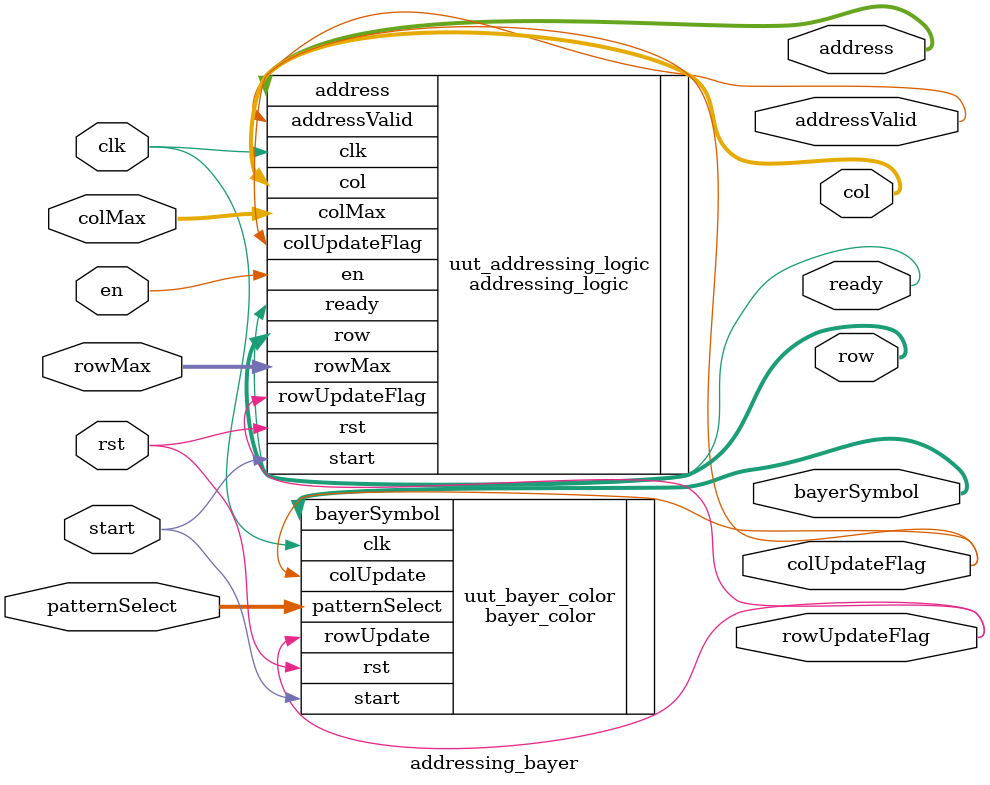
<source format=v>
`timescale 1ns / 1ps
module addressing_bayer
#(parameter addressBitWidth=17, parameter rowBitWidth=11,parameter colBitWidth=11, parameter filterSize =5)
(
input clk,rst,start,
input signed [rowBitWidth -1:0] rowMax,
input signed [colBitWidth -1:0] colMax,
input en,
output [rowBitWidth+colBitWidth -1:0] address,
input [1:0] patternSelect,
output  addressValid,
output  ready,
output  rowUpdateFlag,
output  colUpdateFlag,
output  [rowBitWidth -1:0] row,
output  [colBitWidth -1:0] col,
output  [1:0] bayerSymbol
);

// Instantiate the Unit Under Test (UUT)
	addressing_logic uut_addressing_logic (
		.clk(clk), 
		.rst(rst), 
		.start(start), 
		.rowMax(rowMax), 
		.colMax(colMax), 
		.en(en), 
		.address(address), 
		.addressValid(addressValid), 
		.ready(ready), 
		.rowUpdateFlag(rowUpdateFlag), 
		.colUpdateFlag(colUpdateFlag), 
		.row(row), 
		.col(col)
	);

bayer_color uut_bayer_color (
		.clk(clk), 
		.rst(rst), 
		.start(start), 
		.patternSelect(patternSelect), 
		.rowUpdate(rowUpdateFlag), 
		.colUpdate(colUpdateFlag), 
		.bayerSymbol(bayerSymbol)
	);

endmodule

</source>
